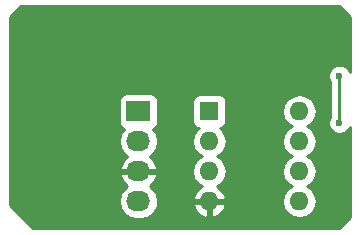
<source format=gbr>
G04 #@! TF.FileFunction,Copper,L2,Bot,Signal*
%FSLAX46Y46*%
G04 Gerber Fmt 4.6, Leading zero omitted, Abs format (unit mm)*
G04 Created by KiCad (PCBNEW 4.0.6) date Friday, May 26, 2017 'PMt' 05:45:50 PM*
%MOMM*%
%LPD*%
G01*
G04 APERTURE LIST*
%ADD10C,0.100000*%
%ADD11R,1.600000X1.600000*%
%ADD12O,1.600000X1.600000*%
%ADD13R,2.032000X1.727200*%
%ADD14O,2.032000X1.727200*%
%ADD15C,0.600000*%
%ADD16C,0.250000*%
%ADD17C,0.254000*%
G04 APERTURE END LIST*
D10*
D11*
X141000000Y-98000000D03*
D12*
X148620000Y-105620000D03*
X141000000Y-100540000D03*
X148620000Y-103080000D03*
X141000000Y-103080000D03*
X148620000Y-100540000D03*
X141000000Y-105620000D03*
X148620000Y-98000000D03*
D13*
X135000000Y-98000000D03*
D14*
X135000000Y-100540000D03*
X135000000Y-103080000D03*
X135000000Y-105620000D03*
D15*
X152000000Y-95000000D03*
X152000000Y-99000000D03*
D16*
X152000000Y-99000000D02*
X152000000Y-95000000D01*
D17*
G36*
X152873000Y-90052606D02*
X152873000Y-94664389D01*
X152793117Y-94471057D01*
X152530327Y-94207808D01*
X152186799Y-94065162D01*
X151814833Y-94064838D01*
X151471057Y-94206883D01*
X151207808Y-94469673D01*
X151065162Y-94813201D01*
X151064838Y-95185167D01*
X151206883Y-95528943D01*
X151240000Y-95562118D01*
X151240000Y-98437537D01*
X151207808Y-98469673D01*
X151065162Y-98813201D01*
X151064838Y-99185167D01*
X151206883Y-99528943D01*
X151469673Y-99792192D01*
X151813201Y-99934838D01*
X152185167Y-99935162D01*
X152528943Y-99793117D01*
X152792192Y-99530327D01*
X152873000Y-99335721D01*
X152873000Y-106947394D01*
X151947394Y-107873000D01*
X126052606Y-107873000D01*
X124127000Y-105947394D01*
X124127000Y-105620000D01*
X133316655Y-105620000D01*
X133430729Y-106193489D01*
X133755585Y-106679670D01*
X134241766Y-107004526D01*
X134815255Y-107118600D01*
X135184745Y-107118600D01*
X135758234Y-107004526D01*
X136244415Y-106679670D01*
X136569271Y-106193489D01*
X136613916Y-105969039D01*
X139608096Y-105969039D01*
X139768959Y-106357423D01*
X140144866Y-106772389D01*
X140650959Y-107011914D01*
X140873000Y-106890629D01*
X140873000Y-105747000D01*
X141127000Y-105747000D01*
X141127000Y-106890629D01*
X141349041Y-107011914D01*
X141855134Y-106772389D01*
X142231041Y-106357423D01*
X142391904Y-105969039D01*
X142269915Y-105747000D01*
X141127000Y-105747000D01*
X140873000Y-105747000D01*
X139730085Y-105747000D01*
X139608096Y-105969039D01*
X136613916Y-105969039D01*
X136683345Y-105620000D01*
X136569271Y-105046511D01*
X136244415Y-104560330D01*
X135934931Y-104353539D01*
X136350732Y-103982036D01*
X136604709Y-103454791D01*
X136607358Y-103439026D01*
X136486217Y-103207000D01*
X135127000Y-103207000D01*
X135127000Y-103227000D01*
X134873000Y-103227000D01*
X134873000Y-103207000D01*
X133513783Y-103207000D01*
X133392642Y-103439026D01*
X133395291Y-103454791D01*
X133649268Y-103982036D01*
X134065069Y-104353539D01*
X133755585Y-104560330D01*
X133430729Y-105046511D01*
X133316655Y-105620000D01*
X124127000Y-105620000D01*
X124127000Y-100540000D01*
X133316655Y-100540000D01*
X133430729Y-101113489D01*
X133755585Y-101599670D01*
X134065069Y-101806461D01*
X133649268Y-102177964D01*
X133395291Y-102705209D01*
X133392642Y-102720974D01*
X133513783Y-102953000D01*
X134873000Y-102953000D01*
X134873000Y-102933000D01*
X135127000Y-102933000D01*
X135127000Y-102953000D01*
X136486217Y-102953000D01*
X136607358Y-102720974D01*
X136604709Y-102705209D01*
X136350732Y-102177964D01*
X135934931Y-101806461D01*
X136244415Y-101599670D01*
X136569271Y-101113489D01*
X136683345Y-100540000D01*
X139536887Y-100540000D01*
X139646120Y-101089151D01*
X139957189Y-101554698D01*
X140339275Y-101810000D01*
X139957189Y-102065302D01*
X139646120Y-102530849D01*
X139536887Y-103080000D01*
X139646120Y-103629151D01*
X139957189Y-104094698D01*
X140361703Y-104364986D01*
X140144866Y-104467611D01*
X139768959Y-104882577D01*
X139608096Y-105270961D01*
X139730085Y-105493000D01*
X140873000Y-105493000D01*
X140873000Y-105473000D01*
X141127000Y-105473000D01*
X141127000Y-105493000D01*
X142269915Y-105493000D01*
X142391904Y-105270961D01*
X142231041Y-104882577D01*
X141855134Y-104467611D01*
X141638297Y-104364986D01*
X142042811Y-104094698D01*
X142353880Y-103629151D01*
X142463113Y-103080000D01*
X142353880Y-102530849D01*
X142042811Y-102065302D01*
X141660725Y-101810000D01*
X142042811Y-101554698D01*
X142353880Y-101089151D01*
X142463113Y-100540000D01*
X142353880Y-99990849D01*
X142042811Y-99525302D01*
X141898535Y-99428899D01*
X142035317Y-99403162D01*
X142251441Y-99264090D01*
X142396431Y-99051890D01*
X142447440Y-98800000D01*
X142447440Y-98000000D01*
X147156887Y-98000000D01*
X147266120Y-98549151D01*
X147577189Y-99014698D01*
X147959275Y-99270000D01*
X147577189Y-99525302D01*
X147266120Y-99990849D01*
X147156887Y-100540000D01*
X147266120Y-101089151D01*
X147577189Y-101554698D01*
X147959275Y-101810000D01*
X147577189Y-102065302D01*
X147266120Y-102530849D01*
X147156887Y-103080000D01*
X147266120Y-103629151D01*
X147577189Y-104094698D01*
X147959275Y-104350000D01*
X147577189Y-104605302D01*
X147266120Y-105070849D01*
X147156887Y-105620000D01*
X147266120Y-106169151D01*
X147577189Y-106634698D01*
X148042736Y-106945767D01*
X148591887Y-107055000D01*
X148648113Y-107055000D01*
X149197264Y-106945767D01*
X149662811Y-106634698D01*
X149973880Y-106169151D01*
X150083113Y-105620000D01*
X149973880Y-105070849D01*
X149662811Y-104605302D01*
X149280725Y-104350000D01*
X149662811Y-104094698D01*
X149973880Y-103629151D01*
X150083113Y-103080000D01*
X149973880Y-102530849D01*
X149662811Y-102065302D01*
X149280725Y-101810000D01*
X149662811Y-101554698D01*
X149973880Y-101089151D01*
X150083113Y-100540000D01*
X149973880Y-99990849D01*
X149662811Y-99525302D01*
X149280725Y-99270000D01*
X149662811Y-99014698D01*
X149973880Y-98549151D01*
X150083113Y-98000000D01*
X149973880Y-97450849D01*
X149662811Y-96985302D01*
X149197264Y-96674233D01*
X148648113Y-96565000D01*
X148591887Y-96565000D01*
X148042736Y-96674233D01*
X147577189Y-96985302D01*
X147266120Y-97450849D01*
X147156887Y-98000000D01*
X142447440Y-98000000D01*
X142447440Y-97200000D01*
X142403162Y-96964683D01*
X142264090Y-96748559D01*
X142051890Y-96603569D01*
X141800000Y-96552560D01*
X140200000Y-96552560D01*
X139964683Y-96596838D01*
X139748559Y-96735910D01*
X139603569Y-96948110D01*
X139552560Y-97200000D01*
X139552560Y-98800000D01*
X139596838Y-99035317D01*
X139735910Y-99251441D01*
X139948110Y-99396431D01*
X140103089Y-99427815D01*
X139957189Y-99525302D01*
X139646120Y-99990849D01*
X139536887Y-100540000D01*
X136683345Y-100540000D01*
X136569271Y-99966511D01*
X136244415Y-99480330D01*
X136230087Y-99470757D01*
X136251317Y-99466762D01*
X136467441Y-99327690D01*
X136612431Y-99115490D01*
X136663440Y-98863600D01*
X136663440Y-97136400D01*
X136619162Y-96901083D01*
X136480090Y-96684959D01*
X136267890Y-96539969D01*
X136016000Y-96488960D01*
X133984000Y-96488960D01*
X133748683Y-96533238D01*
X133532559Y-96672310D01*
X133387569Y-96884510D01*
X133336560Y-97136400D01*
X133336560Y-98863600D01*
X133380838Y-99098917D01*
X133519910Y-99315041D01*
X133732110Y-99460031D01*
X133773439Y-99468400D01*
X133755585Y-99480330D01*
X133430729Y-99966511D01*
X133316655Y-100540000D01*
X124127000Y-100540000D01*
X124127000Y-90052606D01*
X125052606Y-89127000D01*
X151947394Y-89127000D01*
X152873000Y-90052606D01*
X152873000Y-90052606D01*
G37*
X152873000Y-90052606D02*
X152873000Y-94664389D01*
X152793117Y-94471057D01*
X152530327Y-94207808D01*
X152186799Y-94065162D01*
X151814833Y-94064838D01*
X151471057Y-94206883D01*
X151207808Y-94469673D01*
X151065162Y-94813201D01*
X151064838Y-95185167D01*
X151206883Y-95528943D01*
X151240000Y-95562118D01*
X151240000Y-98437537D01*
X151207808Y-98469673D01*
X151065162Y-98813201D01*
X151064838Y-99185167D01*
X151206883Y-99528943D01*
X151469673Y-99792192D01*
X151813201Y-99934838D01*
X152185167Y-99935162D01*
X152528943Y-99793117D01*
X152792192Y-99530327D01*
X152873000Y-99335721D01*
X152873000Y-106947394D01*
X151947394Y-107873000D01*
X126052606Y-107873000D01*
X124127000Y-105947394D01*
X124127000Y-105620000D01*
X133316655Y-105620000D01*
X133430729Y-106193489D01*
X133755585Y-106679670D01*
X134241766Y-107004526D01*
X134815255Y-107118600D01*
X135184745Y-107118600D01*
X135758234Y-107004526D01*
X136244415Y-106679670D01*
X136569271Y-106193489D01*
X136613916Y-105969039D01*
X139608096Y-105969039D01*
X139768959Y-106357423D01*
X140144866Y-106772389D01*
X140650959Y-107011914D01*
X140873000Y-106890629D01*
X140873000Y-105747000D01*
X141127000Y-105747000D01*
X141127000Y-106890629D01*
X141349041Y-107011914D01*
X141855134Y-106772389D01*
X142231041Y-106357423D01*
X142391904Y-105969039D01*
X142269915Y-105747000D01*
X141127000Y-105747000D01*
X140873000Y-105747000D01*
X139730085Y-105747000D01*
X139608096Y-105969039D01*
X136613916Y-105969039D01*
X136683345Y-105620000D01*
X136569271Y-105046511D01*
X136244415Y-104560330D01*
X135934931Y-104353539D01*
X136350732Y-103982036D01*
X136604709Y-103454791D01*
X136607358Y-103439026D01*
X136486217Y-103207000D01*
X135127000Y-103207000D01*
X135127000Y-103227000D01*
X134873000Y-103227000D01*
X134873000Y-103207000D01*
X133513783Y-103207000D01*
X133392642Y-103439026D01*
X133395291Y-103454791D01*
X133649268Y-103982036D01*
X134065069Y-104353539D01*
X133755585Y-104560330D01*
X133430729Y-105046511D01*
X133316655Y-105620000D01*
X124127000Y-105620000D01*
X124127000Y-100540000D01*
X133316655Y-100540000D01*
X133430729Y-101113489D01*
X133755585Y-101599670D01*
X134065069Y-101806461D01*
X133649268Y-102177964D01*
X133395291Y-102705209D01*
X133392642Y-102720974D01*
X133513783Y-102953000D01*
X134873000Y-102953000D01*
X134873000Y-102933000D01*
X135127000Y-102933000D01*
X135127000Y-102953000D01*
X136486217Y-102953000D01*
X136607358Y-102720974D01*
X136604709Y-102705209D01*
X136350732Y-102177964D01*
X135934931Y-101806461D01*
X136244415Y-101599670D01*
X136569271Y-101113489D01*
X136683345Y-100540000D01*
X139536887Y-100540000D01*
X139646120Y-101089151D01*
X139957189Y-101554698D01*
X140339275Y-101810000D01*
X139957189Y-102065302D01*
X139646120Y-102530849D01*
X139536887Y-103080000D01*
X139646120Y-103629151D01*
X139957189Y-104094698D01*
X140361703Y-104364986D01*
X140144866Y-104467611D01*
X139768959Y-104882577D01*
X139608096Y-105270961D01*
X139730085Y-105493000D01*
X140873000Y-105493000D01*
X140873000Y-105473000D01*
X141127000Y-105473000D01*
X141127000Y-105493000D01*
X142269915Y-105493000D01*
X142391904Y-105270961D01*
X142231041Y-104882577D01*
X141855134Y-104467611D01*
X141638297Y-104364986D01*
X142042811Y-104094698D01*
X142353880Y-103629151D01*
X142463113Y-103080000D01*
X142353880Y-102530849D01*
X142042811Y-102065302D01*
X141660725Y-101810000D01*
X142042811Y-101554698D01*
X142353880Y-101089151D01*
X142463113Y-100540000D01*
X142353880Y-99990849D01*
X142042811Y-99525302D01*
X141898535Y-99428899D01*
X142035317Y-99403162D01*
X142251441Y-99264090D01*
X142396431Y-99051890D01*
X142447440Y-98800000D01*
X142447440Y-98000000D01*
X147156887Y-98000000D01*
X147266120Y-98549151D01*
X147577189Y-99014698D01*
X147959275Y-99270000D01*
X147577189Y-99525302D01*
X147266120Y-99990849D01*
X147156887Y-100540000D01*
X147266120Y-101089151D01*
X147577189Y-101554698D01*
X147959275Y-101810000D01*
X147577189Y-102065302D01*
X147266120Y-102530849D01*
X147156887Y-103080000D01*
X147266120Y-103629151D01*
X147577189Y-104094698D01*
X147959275Y-104350000D01*
X147577189Y-104605302D01*
X147266120Y-105070849D01*
X147156887Y-105620000D01*
X147266120Y-106169151D01*
X147577189Y-106634698D01*
X148042736Y-106945767D01*
X148591887Y-107055000D01*
X148648113Y-107055000D01*
X149197264Y-106945767D01*
X149662811Y-106634698D01*
X149973880Y-106169151D01*
X150083113Y-105620000D01*
X149973880Y-105070849D01*
X149662811Y-104605302D01*
X149280725Y-104350000D01*
X149662811Y-104094698D01*
X149973880Y-103629151D01*
X150083113Y-103080000D01*
X149973880Y-102530849D01*
X149662811Y-102065302D01*
X149280725Y-101810000D01*
X149662811Y-101554698D01*
X149973880Y-101089151D01*
X150083113Y-100540000D01*
X149973880Y-99990849D01*
X149662811Y-99525302D01*
X149280725Y-99270000D01*
X149662811Y-99014698D01*
X149973880Y-98549151D01*
X150083113Y-98000000D01*
X149973880Y-97450849D01*
X149662811Y-96985302D01*
X149197264Y-96674233D01*
X148648113Y-96565000D01*
X148591887Y-96565000D01*
X148042736Y-96674233D01*
X147577189Y-96985302D01*
X147266120Y-97450849D01*
X147156887Y-98000000D01*
X142447440Y-98000000D01*
X142447440Y-97200000D01*
X142403162Y-96964683D01*
X142264090Y-96748559D01*
X142051890Y-96603569D01*
X141800000Y-96552560D01*
X140200000Y-96552560D01*
X139964683Y-96596838D01*
X139748559Y-96735910D01*
X139603569Y-96948110D01*
X139552560Y-97200000D01*
X139552560Y-98800000D01*
X139596838Y-99035317D01*
X139735910Y-99251441D01*
X139948110Y-99396431D01*
X140103089Y-99427815D01*
X139957189Y-99525302D01*
X139646120Y-99990849D01*
X139536887Y-100540000D01*
X136683345Y-100540000D01*
X136569271Y-99966511D01*
X136244415Y-99480330D01*
X136230087Y-99470757D01*
X136251317Y-99466762D01*
X136467441Y-99327690D01*
X136612431Y-99115490D01*
X136663440Y-98863600D01*
X136663440Y-97136400D01*
X136619162Y-96901083D01*
X136480090Y-96684959D01*
X136267890Y-96539969D01*
X136016000Y-96488960D01*
X133984000Y-96488960D01*
X133748683Y-96533238D01*
X133532559Y-96672310D01*
X133387569Y-96884510D01*
X133336560Y-97136400D01*
X133336560Y-98863600D01*
X133380838Y-99098917D01*
X133519910Y-99315041D01*
X133732110Y-99460031D01*
X133773439Y-99468400D01*
X133755585Y-99480330D01*
X133430729Y-99966511D01*
X133316655Y-100540000D01*
X124127000Y-100540000D01*
X124127000Y-90052606D01*
X125052606Y-89127000D01*
X151947394Y-89127000D01*
X152873000Y-90052606D01*
M02*

</source>
